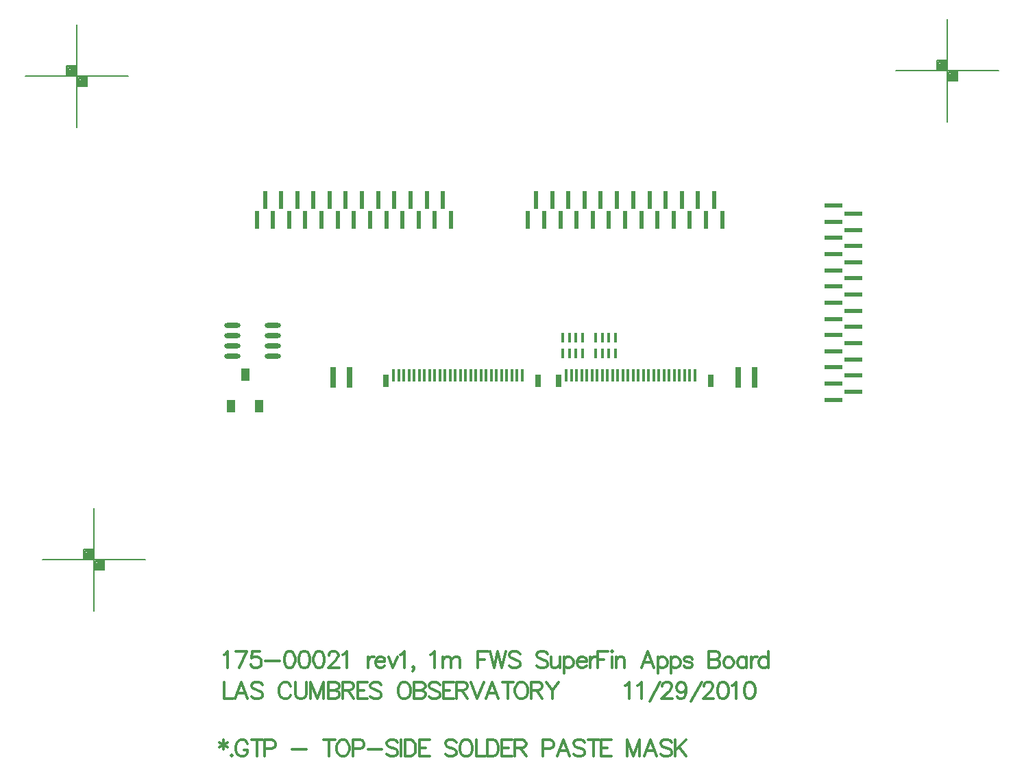
<source format=gtp>
%FSLAX23Y23*%
%MOIN*%
G70*
G01*
G75*
G04 Layer_Color=8421504*
%ADD10O,0.079X0.024*%
%ADD11R,0.017X0.045*%
%ADD12R,0.014X0.060*%
%ADD13R,0.030X0.100*%
%ADD14R,0.031X0.060*%
%ADD15R,0.022X0.085*%
%ADD16R,0.039X0.059*%
%ADD17R,0.085X0.022*%
%ADD18C,0.020*%
%ADD19C,0.010*%
%ADD20C,0.025*%
%ADD21C,0.050*%
%ADD22C,0.005*%
%ADD23C,0.012*%
%ADD24C,0.008*%
%ADD25C,0.012*%
%ADD26C,0.012*%
%ADD27C,0.059*%
%ADD28R,0.059X0.059*%
%ADD29R,0.059X0.059*%
%ADD30C,0.047*%
%ADD31C,0.219*%
%ADD32C,0.050*%
%ADD33C,0.024*%
%ADD34C,0.040*%
%ADD35C,0.075*%
%ADD36C,0.087*%
%ADD37C,0.206*%
%ADD38C,0.068*%
G04:AMPARAMS|DCode=39|XSize=88mil|YSize=88mil|CornerRadius=0mil|HoleSize=0mil|Usage=FLASHONLY|Rotation=0.000|XOffset=0mil|YOffset=0mil|HoleType=Round|Shape=Relief|Width=10mil|Gap=10mil|Entries=4|*
%AMTHD39*
7,0,0,0.088,0.068,0.010,45*
%
%ADD39THD39*%
G04:AMPARAMS|DCode=40|XSize=70mil|YSize=70mil|CornerRadius=0mil|HoleSize=0mil|Usage=FLASHONLY|Rotation=0.000|XOffset=0mil|YOffset=0mil|HoleType=Round|Shape=Relief|Width=10mil|Gap=10mil|Entries=4|*
%AMTHD40*
7,0,0,0.070,0.050,0.010,45*
%
%ADD40THD40*%
%ADD41C,0.010*%
%ADD42C,0.008*%
%ADD43C,0.007*%
%ADD44R,0.224X0.139*%
D10*
X31396Y18696D02*
D03*
Y18746D02*
D03*
Y18796D02*
D03*
Y18846D02*
D03*
X31199Y18696D02*
D03*
Y18746D02*
D03*
Y18796D02*
D03*
Y18846D02*
D03*
D11*
X32807Y18786D02*
D03*
X32839D02*
D03*
X32870D02*
D03*
X32902D02*
D03*
Y18710D02*
D03*
X32870D02*
D03*
X32839D02*
D03*
X32807D02*
D03*
X32967Y18786D02*
D03*
X32999D02*
D03*
X33030D02*
D03*
X33062D02*
D03*
Y18710D02*
D03*
X33030D02*
D03*
X32999D02*
D03*
X32967D02*
D03*
D12*
X31983Y18603D02*
D03*
X32008D02*
D03*
X32033D02*
D03*
X32058D02*
D03*
X32083D02*
D03*
X32108D02*
D03*
X32158D02*
D03*
X32183D02*
D03*
X32208D02*
D03*
X32233D02*
D03*
X32258D02*
D03*
X32283D02*
D03*
X32308D02*
D03*
X32333D02*
D03*
X32358D02*
D03*
X32383D02*
D03*
X32408D02*
D03*
X32433D02*
D03*
X32458D02*
D03*
X32483D02*
D03*
X32508D02*
D03*
X32533D02*
D03*
X32558D02*
D03*
X32583D02*
D03*
X32608D02*
D03*
X32824Y18602D02*
D03*
X32849D02*
D03*
X32874D02*
D03*
X32899D02*
D03*
X32924D02*
D03*
X32949D02*
D03*
X32974D02*
D03*
X32999D02*
D03*
X33024D02*
D03*
X33049D02*
D03*
X33074D02*
D03*
X33099D02*
D03*
X33124D02*
D03*
X33149D02*
D03*
X33174D02*
D03*
X33199D02*
D03*
X33224D02*
D03*
X33249D02*
D03*
X33274D02*
D03*
X33299D02*
D03*
X33324D02*
D03*
X33349D02*
D03*
X33374D02*
D03*
X33399D02*
D03*
X33424D02*
D03*
X33449D02*
D03*
X32133Y18603D02*
D03*
D13*
X31691Y18593D02*
D03*
X31770D02*
D03*
X33740Y18593D02*
D03*
X33661D02*
D03*
D14*
X33526Y18575D02*
D03*
X32786D02*
D03*
X31946D02*
D03*
X32686D02*
D03*
D15*
X31515Y19458D02*
D03*
X31554Y19361D02*
D03*
X31594Y19458D02*
D03*
X31633Y19361D02*
D03*
X31673Y19458D02*
D03*
X31712Y19361D02*
D03*
X31751Y19458D02*
D03*
X31791Y19361D02*
D03*
X31830Y19458D02*
D03*
X31869Y19361D02*
D03*
X31909Y19458D02*
D03*
X31948Y19361D02*
D03*
X31987Y19458D02*
D03*
X32027Y19361D02*
D03*
X32066Y19458D02*
D03*
X32106Y19361D02*
D03*
X32145Y19458D02*
D03*
X32184Y19361D02*
D03*
X32224Y19458D02*
D03*
X32263Y19361D02*
D03*
X31436Y19458D02*
D03*
X31358D02*
D03*
X31476Y19361D02*
D03*
X31397D02*
D03*
X31318D02*
D03*
X32834Y19458D02*
D03*
X32873Y19361D02*
D03*
X32913Y19458D02*
D03*
X32952Y19361D02*
D03*
X32991Y19458D02*
D03*
X33031Y19361D02*
D03*
X33070Y19458D02*
D03*
X33110Y19361D02*
D03*
X33149Y19458D02*
D03*
X33188Y19361D02*
D03*
X33228Y19458D02*
D03*
X33267Y19361D02*
D03*
X33306Y19458D02*
D03*
X33346Y19361D02*
D03*
X33385Y19458D02*
D03*
X33424Y19361D02*
D03*
X33464Y19458D02*
D03*
X33503Y19361D02*
D03*
X33543Y19458D02*
D03*
X33582Y19361D02*
D03*
X32755Y19458D02*
D03*
X32676D02*
D03*
X32795Y19361D02*
D03*
X32716D02*
D03*
X32637D02*
D03*
D16*
X31193Y18454D02*
D03*
X31262Y18608D02*
D03*
X31331Y18454D02*
D03*
D17*
X34221Y19233D02*
D03*
X34124Y19193D02*
D03*
X34221Y19154D02*
D03*
X34124Y19114D02*
D03*
X34221Y19075D02*
D03*
X34124Y19036D02*
D03*
X34221Y18996D02*
D03*
X34124Y18957D02*
D03*
X34221Y18918D02*
D03*
X34124Y18878D02*
D03*
X34221Y18839D02*
D03*
X34124Y18799D02*
D03*
X34221Y18760D02*
D03*
X34124Y18721D02*
D03*
X34221Y18681D02*
D03*
X34124Y18642D02*
D03*
X34221Y18603D02*
D03*
X34124Y18563D02*
D03*
X34221Y18524D02*
D03*
X34124Y18484D02*
D03*
X34221Y19311D02*
D03*
Y19390D02*
D03*
X34124Y19272D02*
D03*
Y19351D02*
D03*
Y19429D02*
D03*
D24*
X34427Y20086D02*
X34927D01*
X34677Y19836D02*
Y20336D01*
X34627Y20086D02*
Y20136D01*
X34677D01*
X34727Y20036D02*
Y20086D01*
X34677Y20036D02*
X34727D01*
X34682Y20081D02*
X34722D01*
Y20041D02*
Y20081D01*
X34682Y20041D02*
X34722D01*
X34682D02*
Y20081D01*
X34687Y20076D02*
X34717D01*
Y20046D02*
Y20076D01*
X34687Y20046D02*
X34717D01*
X34687D02*
Y20071D01*
X34692D02*
X34712D01*
Y20051D02*
Y20071D01*
X34692Y20051D02*
X34712D01*
X34692D02*
Y20066D01*
X34697D02*
X34707D01*
Y20056D02*
Y20066D01*
X34697Y20056D02*
X34707D01*
X34697D02*
Y20066D01*
Y20061D02*
X34707D01*
X34632Y20131D02*
X34672D01*
Y20091D02*
Y20131D01*
X34632Y20091D02*
X34672D01*
X34632D02*
Y20131D01*
X34637Y20126D02*
X34667D01*
Y20096D02*
Y20126D01*
X34637Y20096D02*
X34667D01*
X34637D02*
Y20121D01*
X34642D02*
X34662D01*
Y20101D02*
Y20121D01*
X34642Y20101D02*
X34662D01*
X34642D02*
Y20116D01*
X34647D02*
X34657D01*
Y20106D02*
Y20116D01*
X34647Y20106D02*
X34657D01*
X34647D02*
Y20116D01*
Y20111D02*
X34657D01*
X30192Y20061D02*
X30692D01*
X30442Y19811D02*
Y20311D01*
X30392Y20061D02*
Y20111D01*
X30442D01*
X30492Y20011D02*
Y20061D01*
X30442Y20011D02*
X30492D01*
X30447Y20056D02*
X30487D01*
Y20016D02*
Y20056D01*
X30447Y20016D02*
X30487D01*
X30447D02*
Y20056D01*
X30452Y20051D02*
X30482D01*
Y20021D02*
Y20051D01*
X30452Y20021D02*
X30482D01*
X30452D02*
Y20046D01*
X30457D02*
X30477D01*
Y20026D02*
Y20046D01*
X30457Y20026D02*
X30477D01*
X30457D02*
Y20041D01*
X30462D02*
X30472D01*
Y20031D02*
Y20041D01*
X30462Y20031D02*
X30472D01*
X30462D02*
Y20041D01*
Y20036D02*
X30472D01*
X30397Y20106D02*
X30437D01*
Y20066D02*
Y20106D01*
X30397Y20066D02*
X30437D01*
X30397D02*
Y20106D01*
X30402Y20101D02*
X30432D01*
Y20071D02*
Y20101D01*
X30402Y20071D02*
X30432D01*
X30402D02*
Y20096D01*
X30407D02*
X30427D01*
Y20076D02*
Y20096D01*
X30407Y20076D02*
X30427D01*
X30407D02*
Y20091D01*
X30412D02*
X30422D01*
Y20081D02*
Y20091D01*
X30412Y20081D02*
X30422D01*
X30412D02*
Y20091D01*
Y20086D02*
X30422D01*
X30277Y17706D02*
X30777D01*
X30527Y17456D02*
Y17956D01*
X30477Y17706D02*
Y17756D01*
X30527D01*
X30577Y17656D02*
Y17706D01*
X30527Y17656D02*
X30577D01*
X30532Y17701D02*
X30572D01*
Y17661D02*
Y17701D01*
X30532Y17661D02*
X30572D01*
X30532D02*
Y17701D01*
X30537Y17696D02*
X30567D01*
Y17666D02*
Y17696D01*
X30537Y17666D02*
X30567D01*
X30537D02*
Y17691D01*
X30542D02*
X30562D01*
Y17671D02*
Y17691D01*
X30542Y17671D02*
X30562D01*
X30542D02*
Y17686D01*
X30547D02*
X30557D01*
Y17676D02*
Y17686D01*
X30547Y17676D02*
X30557D01*
X30547D02*
Y17686D01*
Y17681D02*
X30557D01*
X30482Y17751D02*
X30522D01*
Y17711D02*
Y17751D01*
X30482Y17711D02*
X30522D01*
X30482D02*
Y17751D01*
X30487Y17746D02*
X30517D01*
Y17716D02*
Y17746D01*
X30487Y17716D02*
X30517D01*
X30487D02*
Y17741D01*
X30492D02*
X30512D01*
Y17721D02*
Y17741D01*
X30492Y17721D02*
X30512D01*
X30492D02*
Y17736D01*
X30497D02*
X30507D01*
Y17726D02*
Y17736D01*
X30497Y17726D02*
X30507D01*
X30497D02*
Y17736D01*
Y17731D02*
X30507D01*
D25*
X31156Y16829D02*
Y16783D01*
X31137Y16817D02*
X31175Y16794D01*
Y16817D02*
X31137Y16794D01*
X31196Y16756D02*
X31192Y16753D01*
X31196Y16749D01*
X31199Y16753D01*
X31196Y16756D01*
X31274Y16810D02*
X31270Y16817D01*
X31263Y16825D01*
X31255Y16829D01*
X31240D01*
X31232Y16825D01*
X31224Y16817D01*
X31221Y16810D01*
X31217Y16798D01*
Y16779D01*
X31221Y16768D01*
X31224Y16760D01*
X31232Y16753D01*
X31240Y16749D01*
X31255D01*
X31263Y16753D01*
X31270Y16760D01*
X31274Y16768D01*
Y16779D01*
X31255D02*
X31274D01*
X31319Y16829D02*
Y16749D01*
X31292Y16829D02*
X31346D01*
X31355Y16787D02*
X31389D01*
X31401Y16791D01*
X31405Y16794D01*
X31408Y16802D01*
Y16814D01*
X31405Y16821D01*
X31401Y16825D01*
X31389Y16829D01*
X31355D01*
Y16749D01*
X31489Y16783D02*
X31558D01*
X31671Y16829D02*
Y16749D01*
X31644Y16829D02*
X31698D01*
X31730D02*
X31722Y16825D01*
X31715Y16817D01*
X31711Y16810D01*
X31707Y16798D01*
Y16779D01*
X31711Y16768D01*
X31715Y16760D01*
X31722Y16753D01*
X31730Y16749D01*
X31745D01*
X31753Y16753D01*
X31760Y16760D01*
X31764Y16768D01*
X31768Y16779D01*
Y16798D01*
X31764Y16810D01*
X31760Y16817D01*
X31753Y16825D01*
X31745Y16829D01*
X31730D01*
X31787Y16787D02*
X31821D01*
X31832Y16791D01*
X31836Y16794D01*
X31840Y16802D01*
Y16814D01*
X31836Y16821D01*
X31832Y16825D01*
X31821Y16829D01*
X31787D01*
Y16749D01*
X31858Y16783D02*
X31926D01*
X32003Y16817D02*
X31996Y16825D01*
X31984Y16829D01*
X31969D01*
X31958Y16825D01*
X31950Y16817D01*
Y16810D01*
X31954Y16802D01*
X31958Y16798D01*
X31965Y16794D01*
X31988Y16787D01*
X31996Y16783D01*
X32000Y16779D01*
X32003Y16772D01*
Y16760D01*
X31996Y16753D01*
X31984Y16749D01*
X31969D01*
X31958Y16753D01*
X31950Y16760D01*
X32021Y16829D02*
Y16749D01*
X32038Y16829D02*
Y16749D01*
Y16829D02*
X32065D01*
X32076Y16825D01*
X32084Y16817D01*
X32088Y16810D01*
X32091Y16798D01*
Y16779D01*
X32088Y16768D01*
X32084Y16760D01*
X32076Y16753D01*
X32065Y16749D01*
X32038D01*
X32159Y16829D02*
X32109D01*
Y16749D01*
X32159D01*
X32109Y16791D02*
X32140D01*
X32288Y16817D02*
X32281Y16825D01*
X32269Y16829D01*
X32254D01*
X32243Y16825D01*
X32235Y16817D01*
Y16810D01*
X32239Y16802D01*
X32243Y16798D01*
X32250Y16794D01*
X32273Y16787D01*
X32281Y16783D01*
X32284Y16779D01*
X32288Y16772D01*
Y16760D01*
X32281Y16753D01*
X32269Y16749D01*
X32254D01*
X32243Y16753D01*
X32235Y16760D01*
X32329Y16829D02*
X32321Y16825D01*
X32314Y16817D01*
X32310Y16810D01*
X32306Y16798D01*
Y16779D01*
X32310Y16768D01*
X32314Y16760D01*
X32321Y16753D01*
X32329Y16749D01*
X32344D01*
X32352Y16753D01*
X32359Y16760D01*
X32363Y16768D01*
X32367Y16779D01*
Y16798D01*
X32363Y16810D01*
X32359Y16817D01*
X32352Y16825D01*
X32344Y16829D01*
X32329D01*
X32386D02*
Y16749D01*
X32431D01*
X32440Y16829D02*
Y16749D01*
Y16829D02*
X32467D01*
X32478Y16825D01*
X32486Y16817D01*
X32490Y16810D01*
X32494Y16798D01*
Y16779D01*
X32490Y16768D01*
X32486Y16760D01*
X32478Y16753D01*
X32467Y16749D01*
X32440D01*
X32561Y16829D02*
X32511D01*
Y16749D01*
X32561D01*
X32511Y16791D02*
X32542D01*
X32574Y16829D02*
Y16749D01*
Y16829D02*
X32609D01*
X32620Y16825D01*
X32624Y16821D01*
X32628Y16814D01*
Y16806D01*
X32624Y16798D01*
X32620Y16794D01*
X32609Y16791D01*
X32574D01*
X32601D02*
X32628Y16749D01*
X32708Y16787D02*
X32743D01*
X32754Y16791D01*
X32758Y16794D01*
X32762Y16802D01*
Y16814D01*
X32758Y16821D01*
X32754Y16825D01*
X32743Y16829D01*
X32708D01*
Y16749D01*
X32841D02*
X32810Y16829D01*
X32780Y16749D01*
X32791Y16775D02*
X32829D01*
X32912Y16817D02*
X32905Y16825D01*
X32893Y16829D01*
X32878D01*
X32867Y16825D01*
X32859Y16817D01*
Y16810D01*
X32863Y16802D01*
X32867Y16798D01*
X32874Y16794D01*
X32897Y16787D01*
X32905Y16783D01*
X32909Y16779D01*
X32912Y16772D01*
Y16760D01*
X32905Y16753D01*
X32893Y16749D01*
X32878D01*
X32867Y16753D01*
X32859Y16760D01*
X32957Y16829D02*
Y16749D01*
X32930Y16829D02*
X32984D01*
X33043D02*
X32993D01*
Y16749D01*
X33043D01*
X32993Y16791D02*
X33024D01*
X33119Y16829D02*
Y16749D01*
Y16829D02*
X33149Y16749D01*
X33180Y16829D02*
X33149Y16749D01*
X33180Y16829D02*
Y16749D01*
X33264D02*
X33233Y16829D01*
X33203Y16749D01*
X33214Y16775D02*
X33252D01*
X33336Y16817D02*
X33328Y16825D01*
X33317Y16829D01*
X33301D01*
X33290Y16825D01*
X33282Y16817D01*
Y16810D01*
X33286Y16802D01*
X33290Y16798D01*
X33298Y16794D01*
X33320Y16787D01*
X33328Y16783D01*
X33332Y16779D01*
X33336Y16772D01*
Y16760D01*
X33328Y16753D01*
X33317Y16749D01*
X33301D01*
X33290Y16753D01*
X33282Y16760D01*
X33354Y16829D02*
Y16749D01*
X33407Y16829D02*
X33354Y16775D01*
X33373Y16794D02*
X33407Y16749D01*
X31158Y17244D02*
X31166Y17248D01*
X31177Y17259D01*
Y17179D01*
X31270Y17259D02*
X31232Y17179D01*
X31217Y17259D02*
X31270D01*
X31334D02*
X31296D01*
X31292Y17225D01*
X31296Y17229D01*
X31307Y17233D01*
X31319D01*
X31330Y17229D01*
X31338Y17221D01*
X31341Y17210D01*
Y17202D01*
X31338Y17191D01*
X31330Y17183D01*
X31319Y17179D01*
X31307D01*
X31296Y17183D01*
X31292Y17187D01*
X31288Y17195D01*
X31359Y17214D02*
X31428D01*
X31474Y17259D02*
X31463Y17256D01*
X31455Y17244D01*
X31452Y17225D01*
Y17214D01*
X31455Y17195D01*
X31463Y17183D01*
X31474Y17179D01*
X31482D01*
X31493Y17183D01*
X31501Y17195D01*
X31505Y17214D01*
Y17225D01*
X31501Y17244D01*
X31493Y17256D01*
X31482Y17259D01*
X31474D01*
X31546D02*
X31534Y17256D01*
X31527Y17244D01*
X31523Y17225D01*
Y17214D01*
X31527Y17195D01*
X31534Y17183D01*
X31546Y17179D01*
X31553D01*
X31565Y17183D01*
X31572Y17195D01*
X31576Y17214D01*
Y17225D01*
X31572Y17244D01*
X31565Y17256D01*
X31553Y17259D01*
X31546D01*
X31617D02*
X31605Y17256D01*
X31598Y17244D01*
X31594Y17225D01*
Y17214D01*
X31598Y17195D01*
X31605Y17183D01*
X31617Y17179D01*
X31624D01*
X31636Y17183D01*
X31644Y17195D01*
X31647Y17214D01*
Y17225D01*
X31644Y17244D01*
X31636Y17256D01*
X31624Y17259D01*
X31617D01*
X31669Y17240D02*
Y17244D01*
X31673Y17252D01*
X31677Y17256D01*
X31684Y17259D01*
X31700D01*
X31707Y17256D01*
X31711Y17252D01*
X31715Y17244D01*
Y17237D01*
X31711Y17229D01*
X31703Y17217D01*
X31665Y17179D01*
X31719D01*
X31736Y17244D02*
X31744Y17248D01*
X31755Y17259D01*
Y17179D01*
X31858Y17233D02*
Y17179D01*
Y17210D02*
X31862Y17221D01*
X31869Y17229D01*
X31877Y17233D01*
X31888D01*
X31896Y17210D02*
X31941D01*
Y17217D01*
X31938Y17225D01*
X31934Y17229D01*
X31926Y17233D01*
X31915D01*
X31907Y17229D01*
X31899Y17221D01*
X31896Y17210D01*
Y17202D01*
X31899Y17191D01*
X31907Y17183D01*
X31915Y17179D01*
X31926D01*
X31934Y17183D01*
X31941Y17191D01*
X31958Y17233D02*
X31981Y17179D01*
X32004Y17233D02*
X31981Y17179D01*
X32017Y17244D02*
X32025Y17248D01*
X32036Y17259D01*
Y17179D01*
X32083Y17183D02*
X32080Y17179D01*
X32076Y17183D01*
X32080Y17187D01*
X32083Y17183D01*
Y17176D01*
X32080Y17168D01*
X32076Y17164D01*
X32164Y17244D02*
X32171Y17248D01*
X32183Y17259D01*
Y17179D01*
X32222Y17233D02*
Y17179D01*
Y17217D02*
X32234Y17229D01*
X32241Y17233D01*
X32253D01*
X32261Y17229D01*
X32264Y17217D01*
Y17179D01*
Y17217D02*
X32276Y17229D01*
X32283Y17233D01*
X32295D01*
X32302Y17229D01*
X32306Y17217D01*
Y17179D01*
X32394Y17259D02*
Y17179D01*
Y17259D02*
X32444D01*
X32394Y17221D02*
X32425D01*
X32453Y17259D02*
X32472Y17179D01*
X32491Y17259D02*
X32472Y17179D01*
X32491Y17259D02*
X32510Y17179D01*
X32529Y17259D02*
X32510Y17179D01*
X32598Y17248D02*
X32591Y17256D01*
X32579Y17259D01*
X32564D01*
X32553Y17256D01*
X32545Y17248D01*
Y17240D01*
X32549Y17233D01*
X32553Y17229D01*
X32560Y17225D01*
X32583Y17217D01*
X32591Y17214D01*
X32595Y17210D01*
X32598Y17202D01*
Y17191D01*
X32591Y17183D01*
X32579Y17179D01*
X32564D01*
X32553Y17183D01*
X32545Y17191D01*
X32732Y17248D02*
X32725Y17256D01*
X32713Y17259D01*
X32698D01*
X32687Y17256D01*
X32679Y17248D01*
Y17240D01*
X32683Y17233D01*
X32687Y17229D01*
X32694Y17225D01*
X32717Y17217D01*
X32725Y17214D01*
X32729Y17210D01*
X32732Y17202D01*
Y17191D01*
X32725Y17183D01*
X32713Y17179D01*
X32698D01*
X32687Y17183D01*
X32679Y17191D01*
X32750Y17233D02*
Y17195D01*
X32754Y17183D01*
X32762Y17179D01*
X32773D01*
X32781Y17183D01*
X32792Y17195D01*
Y17233D02*
Y17179D01*
X32813Y17233D02*
Y17153D01*
Y17221D02*
X32821Y17229D01*
X32828Y17233D01*
X32840D01*
X32847Y17229D01*
X32855Y17221D01*
X32859Y17210D01*
Y17202D01*
X32855Y17191D01*
X32847Y17183D01*
X32840Y17179D01*
X32828D01*
X32821Y17183D01*
X32813Y17191D01*
X32876Y17210D02*
X32922D01*
Y17217D01*
X32918Y17225D01*
X32914Y17229D01*
X32906Y17233D01*
X32895D01*
X32887Y17229D01*
X32880Y17221D01*
X32876Y17210D01*
Y17202D01*
X32880Y17191D01*
X32887Y17183D01*
X32895Y17179D01*
X32906D01*
X32914Y17183D01*
X32922Y17191D01*
X32939Y17233D02*
Y17179D01*
Y17210D02*
X32943Y17221D01*
X32950Y17229D01*
X32958Y17233D01*
X32969D01*
X32977Y17259D02*
Y17179D01*
Y17259D02*
X33026D01*
X32977Y17221D02*
X33007D01*
X33043Y17259D02*
X33047Y17256D01*
X33050Y17259D01*
X33047Y17263D01*
X33043Y17259D01*
X33047Y17233D02*
Y17179D01*
X33065Y17233D02*
Y17179D01*
Y17217D02*
X33076Y17229D01*
X33084Y17233D01*
X33095D01*
X33103Y17229D01*
X33106Y17217D01*
Y17179D01*
X33251D02*
X33221Y17259D01*
X33190Y17179D01*
X33202Y17206D02*
X33240D01*
X33270Y17233D02*
Y17153D01*
Y17221D02*
X33277Y17229D01*
X33285Y17233D01*
X33297D01*
X33304Y17229D01*
X33312Y17221D01*
X33316Y17210D01*
Y17202D01*
X33312Y17191D01*
X33304Y17183D01*
X33297Y17179D01*
X33285D01*
X33277Y17183D01*
X33270Y17191D01*
X33333Y17233D02*
Y17153D01*
Y17221D02*
X33340Y17229D01*
X33348Y17233D01*
X33359D01*
X33367Y17229D01*
X33375Y17221D01*
X33378Y17210D01*
Y17202D01*
X33375Y17191D01*
X33367Y17183D01*
X33359Y17179D01*
X33348D01*
X33340Y17183D01*
X33333Y17191D01*
X33437Y17221D02*
X33434Y17229D01*
X33422Y17233D01*
X33411D01*
X33399Y17229D01*
X33396Y17221D01*
X33399Y17214D01*
X33407Y17210D01*
X33426Y17206D01*
X33434Y17202D01*
X33437Y17195D01*
Y17191D01*
X33434Y17183D01*
X33422Y17179D01*
X33411D01*
X33399Y17183D01*
X33396Y17191D01*
X33517Y17259D02*
Y17179D01*
Y17259D02*
X33551D01*
X33563Y17256D01*
X33567Y17252D01*
X33570Y17244D01*
Y17237D01*
X33567Y17229D01*
X33563Y17225D01*
X33551Y17221D01*
X33517D02*
X33551D01*
X33563Y17217D01*
X33567Y17214D01*
X33570Y17206D01*
Y17195D01*
X33567Y17187D01*
X33563Y17183D01*
X33551Y17179D01*
X33517D01*
X33607Y17233D02*
X33600Y17229D01*
X33592Y17221D01*
X33588Y17210D01*
Y17202D01*
X33592Y17191D01*
X33600Y17183D01*
X33607Y17179D01*
X33619D01*
X33626Y17183D01*
X33634Y17191D01*
X33638Y17202D01*
Y17210D01*
X33634Y17221D01*
X33626Y17229D01*
X33619Y17233D01*
X33607D01*
X33701D02*
Y17179D01*
Y17221D02*
X33693Y17229D01*
X33686Y17233D01*
X33674D01*
X33667Y17229D01*
X33659Y17221D01*
X33655Y17210D01*
Y17202D01*
X33659Y17191D01*
X33667Y17183D01*
X33674Y17179D01*
X33686D01*
X33693Y17183D01*
X33701Y17191D01*
X33722Y17233D02*
Y17179D01*
Y17210D02*
X33726Y17221D01*
X33734Y17229D01*
X33741Y17233D01*
X33753D01*
X33806Y17259D02*
Y17179D01*
Y17221D02*
X33798Y17229D01*
X33790Y17233D01*
X33779D01*
X33771Y17229D01*
X33764Y17221D01*
X33760Y17210D01*
Y17202D01*
X33764Y17191D01*
X33771Y17183D01*
X33779Y17179D01*
X33790D01*
X33798Y17183D01*
X33806Y17191D01*
D26*
X31158Y17109D02*
Y17029D01*
X31204D01*
X31274D02*
X31243Y17109D01*
X31213Y17029D01*
X31224Y17056D02*
X31262D01*
X31346Y17098D02*
X31338Y17106D01*
X31327Y17109D01*
X31311D01*
X31300Y17106D01*
X31292Y17098D01*
Y17090D01*
X31296Y17083D01*
X31300Y17079D01*
X31308Y17075D01*
X31330Y17067D01*
X31338Y17064D01*
X31342Y17060D01*
X31346Y17052D01*
Y17041D01*
X31338Y17033D01*
X31327Y17029D01*
X31311D01*
X31300Y17033D01*
X31292Y17041D01*
X31484Y17090D02*
X31480Y17098D01*
X31472Y17106D01*
X31465Y17109D01*
X31449D01*
X31442Y17106D01*
X31434Y17098D01*
X31430Y17090D01*
X31426Y17079D01*
Y17060D01*
X31430Y17048D01*
X31434Y17041D01*
X31442Y17033D01*
X31449Y17029D01*
X31465D01*
X31472Y17033D01*
X31480Y17041D01*
X31484Y17048D01*
X31506Y17109D02*
Y17052D01*
X31510Y17041D01*
X31517Y17033D01*
X31529Y17029D01*
X31536D01*
X31548Y17033D01*
X31556Y17041D01*
X31559Y17052D01*
Y17109D01*
X31581D02*
Y17029D01*
Y17109D02*
X31612Y17029D01*
X31642Y17109D02*
X31612Y17029D01*
X31642Y17109D02*
Y17029D01*
X31665Y17109D02*
Y17029D01*
Y17109D02*
X31700D01*
X31711Y17106D01*
X31715Y17102D01*
X31719Y17094D01*
Y17086D01*
X31715Y17079D01*
X31711Y17075D01*
X31700Y17071D01*
X31665D02*
X31700D01*
X31711Y17067D01*
X31715Y17064D01*
X31719Y17056D01*
Y17045D01*
X31715Y17037D01*
X31711Y17033D01*
X31700Y17029D01*
X31665D01*
X31736Y17109D02*
Y17029D01*
Y17109D02*
X31771D01*
X31782Y17106D01*
X31786Y17102D01*
X31790Y17094D01*
Y17086D01*
X31786Y17079D01*
X31782Y17075D01*
X31771Y17071D01*
X31736D01*
X31763D02*
X31790Y17029D01*
X31857Y17109D02*
X31808D01*
Y17029D01*
X31857D01*
X31808Y17071D02*
X31838D01*
X31924Y17098D02*
X31916Y17106D01*
X31905Y17109D01*
X31890D01*
X31878Y17106D01*
X31871Y17098D01*
Y17090D01*
X31874Y17083D01*
X31878Y17079D01*
X31886Y17075D01*
X31909Y17067D01*
X31916Y17064D01*
X31920Y17060D01*
X31924Y17052D01*
Y17041D01*
X31916Y17033D01*
X31905Y17029D01*
X31890D01*
X31878Y17033D01*
X31871Y17041D01*
X32027Y17109D02*
X32020Y17106D01*
X32012Y17098D01*
X32008Y17090D01*
X32005Y17079D01*
Y17060D01*
X32008Y17048D01*
X32012Y17041D01*
X32020Y17033D01*
X32027Y17029D01*
X32043D01*
X32050Y17033D01*
X32058Y17041D01*
X32062Y17048D01*
X32066Y17060D01*
Y17079D01*
X32062Y17090D01*
X32058Y17098D01*
X32050Y17106D01*
X32043Y17109D01*
X32027D01*
X32084D02*
Y17029D01*
Y17109D02*
X32118D01*
X32130Y17106D01*
X32134Y17102D01*
X32138Y17094D01*
Y17086D01*
X32134Y17079D01*
X32130Y17075D01*
X32118Y17071D01*
X32084D02*
X32118D01*
X32130Y17067D01*
X32134Y17064D01*
X32138Y17056D01*
Y17045D01*
X32134Y17037D01*
X32130Y17033D01*
X32118Y17029D01*
X32084D01*
X32209Y17098D02*
X32201Y17106D01*
X32190Y17109D01*
X32174D01*
X32163Y17106D01*
X32155Y17098D01*
Y17090D01*
X32159Y17083D01*
X32163Y17079D01*
X32171Y17075D01*
X32193Y17067D01*
X32201Y17064D01*
X32205Y17060D01*
X32209Y17052D01*
Y17041D01*
X32201Y17033D01*
X32190Y17029D01*
X32174D01*
X32163Y17033D01*
X32155Y17041D01*
X32276Y17109D02*
X32227D01*
Y17029D01*
X32276D01*
X32227Y17071D02*
X32257D01*
X32289Y17109D02*
Y17029D01*
Y17109D02*
X32324D01*
X32335Y17106D01*
X32339Y17102D01*
X32343Y17094D01*
Y17086D01*
X32339Y17079D01*
X32335Y17075D01*
X32324Y17071D01*
X32289D01*
X32316D02*
X32343Y17029D01*
X32361Y17109D02*
X32391Y17029D01*
X32422Y17109D02*
X32391Y17029D01*
X32493D02*
X32462Y17109D01*
X32432Y17029D01*
X32443Y17056D02*
X32481D01*
X32538Y17109D02*
Y17029D01*
X32512Y17109D02*
X32565D01*
X32597D02*
X32590Y17106D01*
X32582Y17098D01*
X32578Y17090D01*
X32574Y17079D01*
Y17060D01*
X32578Y17048D01*
X32582Y17041D01*
X32590Y17033D01*
X32597Y17029D01*
X32612D01*
X32620Y17033D01*
X32628Y17041D01*
X32632Y17048D01*
X32635Y17060D01*
Y17079D01*
X32632Y17090D01*
X32628Y17098D01*
X32620Y17106D01*
X32612Y17109D01*
X32597D01*
X32654D02*
Y17029D01*
Y17109D02*
X32688D01*
X32700Y17106D01*
X32703Y17102D01*
X32707Y17094D01*
Y17086D01*
X32703Y17079D01*
X32700Y17075D01*
X32688Y17071D01*
X32654D01*
X32681D02*
X32707Y17029D01*
X32725Y17109D02*
X32756Y17071D01*
Y17029D01*
X32786Y17109D02*
X32756Y17071D01*
X33111Y17094D02*
X33118Y17098D01*
X33130Y17109D01*
Y17029D01*
X33169Y17094D02*
X33177Y17098D01*
X33188Y17109D01*
Y17029D01*
X33228Y17018D02*
X33281Y17109D01*
X33290Y17090D02*
Y17094D01*
X33294Y17102D01*
X33298Y17106D01*
X33306Y17109D01*
X33321D01*
X33328Y17106D01*
X33332Y17102D01*
X33336Y17094D01*
Y17086D01*
X33332Y17079D01*
X33325Y17067D01*
X33287Y17029D01*
X33340D01*
X33407Y17083D02*
X33404Y17071D01*
X33396Y17064D01*
X33384Y17060D01*
X33381D01*
X33369Y17064D01*
X33362Y17071D01*
X33358Y17083D01*
Y17086D01*
X33362Y17098D01*
X33369Y17106D01*
X33381Y17109D01*
X33384D01*
X33396Y17106D01*
X33404Y17098D01*
X33407Y17083D01*
Y17064D01*
X33404Y17045D01*
X33396Y17033D01*
X33384Y17029D01*
X33377D01*
X33365Y17033D01*
X33362Y17041D01*
X33429Y17018D02*
X33482Y17109D01*
X33492Y17090D02*
Y17094D01*
X33495Y17102D01*
X33499Y17106D01*
X33507Y17109D01*
X33522D01*
X33530Y17106D01*
X33533Y17102D01*
X33537Y17094D01*
Y17086D01*
X33533Y17079D01*
X33526Y17067D01*
X33488Y17029D01*
X33541D01*
X33582Y17109D02*
X33570Y17106D01*
X33563Y17094D01*
X33559Y17075D01*
Y17064D01*
X33563Y17045D01*
X33570Y17033D01*
X33582Y17029D01*
X33589D01*
X33601Y17033D01*
X33608Y17045D01*
X33612Y17064D01*
Y17075D01*
X33608Y17094D01*
X33601Y17106D01*
X33589Y17109D01*
X33582D01*
X33630Y17094D02*
X33638Y17098D01*
X33649Y17109D01*
Y17029D01*
X33712Y17109D02*
X33700Y17106D01*
X33693Y17094D01*
X33689Y17075D01*
Y17064D01*
X33693Y17045D01*
X33700Y17033D01*
X33712Y17029D01*
X33719D01*
X33731Y17033D01*
X33738Y17045D01*
X33742Y17064D01*
Y17075D01*
X33738Y17094D01*
X33731Y17106D01*
X33719Y17109D01*
X33712D01*
M02*

</source>
